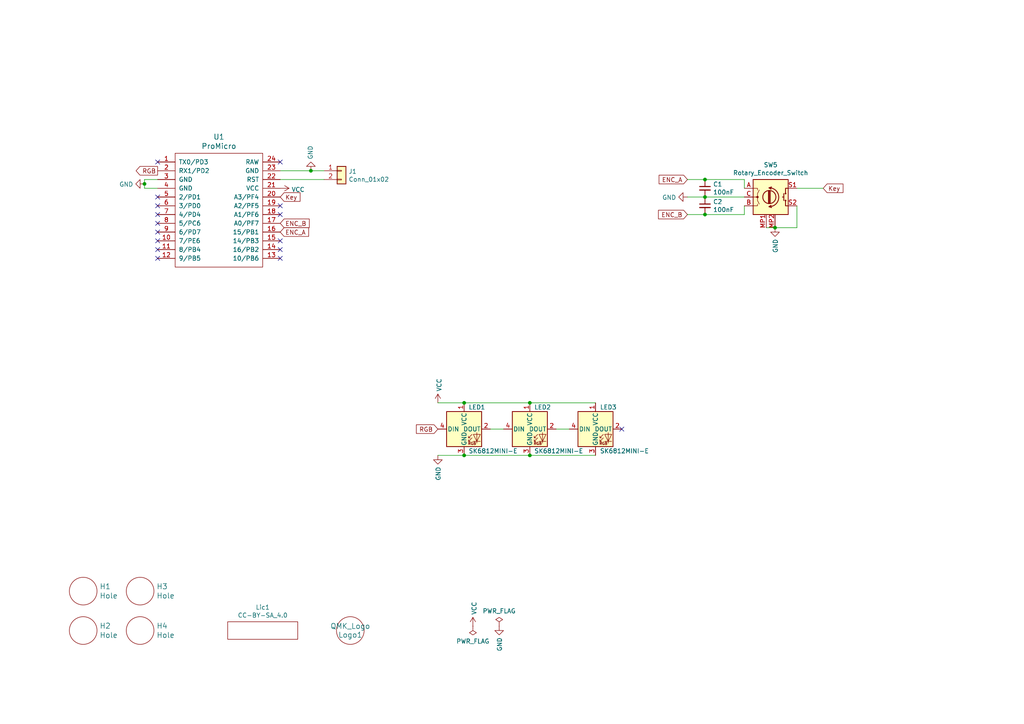
<source format=kicad_sch>
(kicad_sch (version 20211123) (generator eeschema)
  (paper "A4")
  (lib_symbols
    (symbol "Connector_Generic:Conn_01x02" (pin_names (offset 1.016) hide)
      (property "Reference" "J" (at 0 2.54 0))
      (property "Value" "Conn_01x02" (at 0 -5.08 0))
      (symbol "Conn_01x02_1_1"
        (rectangle (start -1.27 -2.413) (end 0 -2.667) (stroke (width 0.1524)))
        (rectangle (start -1.27 0.127) (end 0 -0.127) (stroke (width 0.1524)))
        (rectangle (start -1.27 1.27) (end 1.27 -3.81) (stroke (width 0.254)) (fill (type background)))
        (pin passive line (at -5.08 0 0) (length 3.81) (name "Pin_1") (number "1"))
        (pin passive line (at -5.08 -2.54 0) (length 3.81) (name "Pin_2") (number "2"))
      )
    )
    (symbol "Device:C_Small" (pin_numbers hide) (pin_names (offset 0.254) hide)
      (property "Reference" "C" (at 0.254 1.778 0))
      (property "Value" "C_Small" (at 0.254 -2.032 0))
      (symbol "C_Small_0_1"
        (polyline (pts (xy -1.524 -0.508) (xy 1.524 -0.508)) (stroke (width 0.3302)))
        (polyline (pts (xy -1.524 0.508) (xy 1.524 0.508)) (stroke (width 0.3048)))
      )
      (symbol "C_Small_1_1"
        (pin passive line (at 0 2.54 270) (length 2.032) (name "~") (number "1"))
        (pin passive line (at 0 -2.54 90) (length 2.032) (name "~") (number "2"))
      )
    )
    (symbol "Keyboard_Library:CC-BY-SA_4.0" (pin_names (offset 1.016))
      (property "Reference" "Lic" (at 0 1.27 0))
      (property "Value" "CC-BY-SA_4.0" (at 0 -1.27 0))
      (symbol "CC-BY-SA_4.0_0_1"
        (rectangle (start -10.16 2.54) (end 10.16 -2.54))
      )
    )
    (symbol "Keyboard_Library:Hole" (pin_names (offset 1.016))
      (property "Reference" "H" (at 0 -1.27 0))
      (property "Value" "Hole" (at 0 1.27 0))
      (symbol "Hole_0_1"
        (circle (center 0 0) (radius 4.0132))
      )
    )
    (symbol "Keyboard_Library:QMK_Logo" (pin_names (offset 1.016))
      (property "Reference" "Logo" (at 0 -1.27 0))
      (property "Value" "QMK_Logo" (at 0 1.27 0))
      (symbol "QMK_Logo_0_1"
        (circle (center 0 0) (radius 4.0132))
      )
    )
    (symbol "Keyboard_Library:Rotary_Encoder_Switch_GND" (pin_names (offset 0.254) hide)
      (property "Reference" "SW" (at 0 6.604 0))
      (property "Value" "Rotary_Encoder_Switch_GND" (at 0 8.89 0))
      (symbol "Rotary_Encoder_Switch_GND_0_1"
        (rectangle (start -5.08 5.08) (end 5.08 -5.08) (stroke (width 0.254)) (fill (type background)))
        (circle (center -3.81 0) (radius 0.254) (fill (type outline)))
        (arc (start -0.381 -2.794) (mid 2.3622 -0.0635) (end -0.381 2.667) (stroke (width 0.254)))
        (circle (center -0.381 0) (radius 1.905) (stroke (width 0.254)))
        (polyline (pts (xy -0.635 -1.778) (xy -0.635 1.778)) (stroke (width 0.254)))
        (polyline (pts (xy -0.381 -1.778) (xy -0.381 1.778)) (stroke (width 0.254)))
        (polyline (pts (xy -0.127 1.778) (xy -0.127 -1.778)) (stroke (width 0.254)))
        (polyline (pts (xy 3.81 0) (xy 3.429 0)) (stroke (width 0.254)))
        (polyline (pts (xy 3.81 1.016) (xy 3.81 -1.016)) (stroke (width 0.254)))
        (polyline (pts (xy -5.08 -2.54) (xy -3.81 -2.54) (xy -3.81 -2.032)))
        (polyline (pts (xy -5.08 2.54) (xy -3.81 2.54) (xy -3.81 2.032)))
        (polyline (pts (xy 0.254 -3.048) (xy -0.508 -2.794) (xy 0.127 -2.413)) (stroke (width 0.254)))
        (polyline (pts (xy 0.254 2.921) (xy -0.508 2.667) (xy 0.127 2.286)) (stroke (width 0.254)))
        (polyline (pts (xy 5.08 -2.54) (xy 4.318 -2.54) (xy 4.318 -1.016)) (stroke (width 0.254)))
        (polyline (pts (xy 5.08 2.54) (xy 4.318 2.54) (xy 4.318 1.016)) (stroke (width 0.254)))
        (polyline (pts (xy -5.08 0) (xy -3.81 0) (xy -3.81 -1.016) (xy -3.302 -2.032)))
        (polyline (pts (xy -4.318 0) (xy -3.81 0) (xy -3.81 1.016) (xy -3.302 2.032)))
        (circle (center 4.318 -1.016) (radius 0.127) (stroke (width 0.254)))
        (circle (center 4.318 1.016) (radius 0.127) (stroke (width 0.254)))
      )
      (symbol "Rotary_Encoder_Switch_GND_1_1"
        (pin passive line (at -7.62 2.54 0) (length 2.54) (name "A") (number "A"))
        (pin passive line (at -7.62 -2.54 0) (length 2.54) (name "B") (number "B"))
        (pin passive line (at -7.62 0 0) (length 2.54) (name "C") (number "C"))
        (pin power_in line (at -1.27 -8.89 90) (length 3.7084) (name "GND") (number "MP1"))
        (pin power_in line (at 1.27 -8.89 90) (length 3.7592) (name "GND") (number "MP2"))
        (pin passive line (at 7.62 2.54 180) (length 2.54) (name "S1") (number "S1"))
        (pin passive line (at 7.62 -2.54 180) (length 2.54) (name "S2") (number "S2"))
      )
    )
    (symbol "Keyboard_Library:SK6812MINI-E" (pin_names (offset 0.254))
      (property "Reference" "LED" (at 5.08 5.715 0))
      (property "Value" "SK6812MINI-E" (at 1.27 -5.715 0))
      (symbol "SK6812MINI-E_0_0"
        (text "RGB" (at 2.286 -4.191 0) (effects (font (size 0.762 0.762))))
      )
      (symbol "SK6812MINI-E_0_1"
        (polyline (pts (xy 1.27 -3.556) (xy 1.778 -3.556)))
        (polyline (pts (xy 1.27 -2.54) (xy 1.778 -2.54)))
        (polyline (pts (xy 4.699 -3.556) (xy 2.667 -3.556)))
        (polyline (pts (xy 2.286 -2.54) (xy 1.27 -3.556) (xy 1.27 -3.048)))
        (polyline (pts (xy 2.286 -1.524) (xy 1.27 -2.54) (xy 1.27 -2.032)))
        (polyline (pts (xy 3.683 -1.016) (xy 3.683 -3.556) (xy 3.683 -4.064)))
        (polyline (pts (xy 4.699 -1.524) (xy 2.667 -1.524) (xy 3.683 -3.556) (xy 4.699 -1.524)))
        (rectangle (start 5.08 5.08) (end -5.08 -5.08) (stroke (width 0.254)) (fill (type background)))
      )
      (symbol "SK6812MINI-E_1_1"
        (pin power_in line (at 0 7.62 270) (length 2.54) (name "VCC") (number "1"))
        (pin output line (at 7.62 0 180) (length 2.54) (name "DOUT") (number "2"))
        (pin power_in line (at 0 -7.62 90) (length 2.54) (name "GND") (number "3"))
        (pin input line (at -7.62 0 0) (length 2.54) (name "DIN") (number "4"))
      )
    )
    (symbol "keebio:ProMicro" (pin_names (offset 1.016))
      (property "Reference" "U" (at 0 0 0))
      (property "Value" "ProMicro" (at 0 -19.05 0))
      (symbol "ProMicro_0_1"
        (rectangle (start -12.7 -16.51) (end 12.7 16.51))
      )
      (symbol "ProMicro_1_1"
        (pin input line (at -17.78 13.97 0) (length 5.08) (name "TX0/PD3") (number "1"))
        (pin input line (at -17.78 -8.89 0) (length 5.08) (name "7/PE6") (number "10"))
        (pin input line (at -17.78 -11.43 0) (length 5.08) (name "8/PB4") (number "11"))
        (pin input line (at -17.78 -13.97 0) (length 5.08) (name "9/PB5") (number "12"))
        (pin input line (at 17.78 -13.97 180) (length 5.08) (name "10/PB6") (number "13"))
        (pin input line (at 17.78 -11.43 180) (length 5.08) (name "16/PB2") (number "14"))
        (pin input line (at 17.78 -8.89 180) (length 5.08) (name "14/PB3") (number "15"))
        (pin input line (at 17.78 -6.35 180) (length 5.08) (name "15/PB1") (number "16"))
        (pin input line (at 17.78 -3.81 180) (length 5.08) (name "A0/PF7") (number "17"))
        (pin input line (at 17.78 -1.27 180) (length 5.08) (name "A1/PF6") (number "18"))
        (pin input line (at 17.78 1.27 180) (length 5.08) (name "A2/PF5") (number "19"))
        (pin input line (at -17.78 11.43 0) (length 5.08) (name "RX1/PD2") (number "2"))
        (pin input line (at 17.78 3.81 180) (length 5.08) (name "A3/PF4") (number "20"))
        (pin input line (at 17.78 6.35 180) (length 5.08) (name "VCC") (number "21"))
        (pin input line (at 17.78 8.89 180) (length 5.08) (name "RST") (number "22"))
        (pin input line (at 17.78 11.43 180) (length 5.08) (name "GND") (number "23"))
        (pin input line (at 17.78 13.97 180) (length 5.08) (name "RAW") (number "24"))
        (pin input line (at -17.78 8.89 0) (length 5.08) (name "GND") (number "3"))
        (pin input line (at -17.78 6.35 0) (length 5.08) (name "GND") (number "4"))
        (pin input line (at -17.78 3.81 0) (length 5.08) (name "2/PD1") (number "5"))
        (pin input line (at -17.78 1.27 0) (length 5.08) (name "3/PD0") (number "6"))
        (pin input line (at -17.78 -1.27 0) (length 5.08) (name "4/PD4") (number "7"))
        (pin input line (at -17.78 -3.81 0) (length 5.08) (name "5/PC6") (number "8"))
        (pin input line (at -17.78 -6.35 0) (length 5.08) (name "6/PD7") (number "9"))
      )
    )
    (symbol "power:GND" (power) (pin_names (offset 0))
      (property "Value" "GND" (at 0 -3.81 0))
      (symbol "GND_0_1"
        (polyline (pts (xy 0 0) (xy 0 -1.27) (xy 1.27 -1.27) (xy 0 -2.54) (xy -1.27 -1.27) (xy 0 -1.27)))
      )
      (symbol "GND_1_1"
        (pin power_in line (at 0 0 270) (length 0) hide (name "GND") (number "1"))
      )
    )
    (symbol "power:PWR_FLAG" (power) (pin_numbers hide) (pin_names (offset 0) hide)
      (property "Value" "PWR_FLAG" (at 0 3.81 0))
      (symbol "PWR_FLAG_0_0"
        (pin power_out line (at 0 0 90) (length 0) (name "pwr") (number "1"))
      )
      (symbol "PWR_FLAG_0_1"
        (polyline (pts (xy 0 0) (xy 0 1.27) (xy -1.016 1.905) (xy 0 2.54) (xy 1.016 1.905) (xy 0 1.27)))
      )
    )
    (symbol "power:VCC" (power) (pin_names (offset 0))
      (property "Value" "VCC" (at 0 3.81 0))
      (symbol "VCC_0_1"
        (polyline (pts (xy -0.762 1.27) (xy 0 2.54)))
        (polyline (pts (xy 0 0) (xy 0 2.54)))
        (polyline (pts (xy 0 2.54) (xy 0.762 1.27)))
      )
      (symbol "VCC_1_1"
        (pin power_in line (at 0 0 90) (length 0) hide (name "VCC") (number "1"))
      )
    )
  )
  (junction (at 204.47 57.15))
  (junction (at 153.67 116.84))
  (junction (at 90.17 49.53))
  (junction (at 153.67 132.08))
  (junction (at 224.79 66.04))
  (junction (at 41.91 53.34))
  (junction (at 134.62 132.08))
  (junction (at 204.47 52.07))
  (junction (at 204.47 62.23))
  (junction (at 134.62 116.84))
  (no_connect (at 180.34 124.46))
  (no_connect (at 45.72 72.39))
  (no_connect (at 81.28 74.93))
  (no_connect (at 45.72 59.69))
  (no_connect (at 81.28 69.85))
  (no_connect (at 45.72 46.99))
  (no_connect (at 45.72 74.93))
  (no_connect (at 45.72 57.15))
  (no_connect (at 45.72 69.85))
  (no_connect (at 81.28 59.69))
  (no_connect (at 45.72 64.77))
  (no_connect (at 45.72 62.23))
  (no_connect (at 81.28 72.39))
  (no_connect (at 45.72 67.31))
  (no_connect (at 81.28 62.23))
  (no_connect (at 81.28 46.99))
  (wire (pts (xy 41.91 52.07) (xy 41.91 53.34)))
  (wire (pts (xy 199.39 62.23) (xy 204.47 62.23)))
  (wire (pts (xy 231.14 59.69) (xy 231.14 66.04)))
  (wire (pts (xy 199.39 52.07) (xy 204.47 52.07)))
  (wire (pts (xy 90.17 49.53) (xy 81.28 49.53)))
  (wire (pts (xy 41.91 53.34) (xy 41.91 54.61)))
  (wire (pts (xy 153.67 132.08) (xy 172.72 132.08)))
  (wire (pts (xy 215.9 54.61) (xy 215.9 52.07)))
  (wire (pts (xy 215.9 52.07) (xy 204.47 52.07)))
  (wire (pts (xy 172.72 116.84) (xy 153.67 116.84)))
  (wire (pts (xy 45.72 52.07) (xy 41.91 52.07)))
  (wire (pts (xy 134.62 116.84) (xy 127 116.84)))
  (wire (pts (xy 153.67 116.84) (xy 134.62 116.84)))
  (wire (pts (xy 215.9 59.69) (xy 215.9 62.23)))
  (wire (pts (xy 204.47 57.15) (xy 215.9 57.15)))
  (wire (pts (xy 93.98 49.53) (xy 90.17 49.53)))
  (wire (pts (xy 224.79 66.04) (xy 222.25 66.04)))
  (wire (pts (xy 142.24 124.46) (xy 146.05 124.46)))
  (wire (pts (xy 134.62 132.08) (xy 153.67 132.08)))
  (wire (pts (xy 238.76 54.61) (xy 231.14 54.61)))
  (wire (pts (xy 127 132.08) (xy 134.62 132.08)))
  (wire (pts (xy 161.29 124.46) (xy 165.1 124.46)))
  (wire (pts (xy 41.91 54.61) (xy 45.72 54.61)))
  (wire (pts (xy 215.9 62.23) (xy 204.47 62.23)))
  (wire (pts (xy 224.79 66.04) (xy 231.14 66.04)))
  (wire (pts (xy 199.39 57.15) (xy 204.47 57.15)))
  (wire (pts (xy 93.98 52.07) (xy 81.28 52.07)))
  (global_label "ENC_B" (shape input) (at 199.39 62.23 180) (property "Intersheet References" "${INTERSHEET_REFS}" (effects hide)))
  (global_label "ENC_B" (shape input) (at 81.28 64.77 0) (property "Intersheet References" "${INTERSHEET_REFS}" (effects hide)))
  (global_label "Key" (shape input) (at 81.28 57.15 0) (property "Intersheet References" "${INTERSHEET_REFS}" (effects hide)))
  (global_label "ENC_A" (shape input) (at 81.28 67.31 0) (property "Intersheet References" "${INTERSHEET_REFS}" (effects hide)))
  (global_label "RGB" (shape output) (at 45.72 49.53 180) (property "Intersheet References" "${INTERSHEET_REFS}" (effects hide)))
  (global_label "RGB" (shape input) (at 127 124.46 180) (property "Intersheet References" "${INTERSHEET_REFS}" (effects hide)))
  (global_label "Key" (shape input) (at 238.76 54.61 0) (property "Intersheet References" "${INTERSHEET_REFS}" (effects hide)))
  (global_label "ENC_A" (shape input) (at 199.39 52.07 180) (property "Intersheet References" "${INTERSHEET_REFS}" (effects hide)))
  (symbol (lib_id "Keyboard_Library:SK6812MINI-E") (at 134.62 124.46 0) (unit 1)
    (property "Reference" "LED1" (at 135.89 118.11 0) (effects (justify left)))
    (property "Value" "SK6812MINI-E" (at 135.89 130.81 0) (effects (justify left)))
    (property "Footprint" "kicad-keyboard-parts:MX_SK6812MINI-E" (effects hide))
    (property "Datasheet" "https://cdn-shop.adafruit.com/product-files/2686/SK6812MINI_REV.01-1-2.pdf" (effects hide))
  )
  (symbol (lib_id "Keyboard_Library:SK6812MINI-E") (at 172.72 124.46 0) (unit 1)
    (property "Reference" "LED3" (at 173.99 118.11 0) (effects (justify left)))
    (property "Value" "SK6812MINI-E" (at 173.99 130.81 0) (effects (justify left)))
    (property "Footprint" "kicad-keyboard-parts:MX_SK6812MINI-E" (effects hide))
    (property "Datasheet" "https://cdn-shop.adafruit.com/product-files/2686/SK6812MINI_REV.01-1-2.pdf" (effects hide))
  )
  (symbol (lib_id "Keyboard_Library:SK6812MINI-E") (at 153.67 124.46 0) (unit 1)
    (property "Reference" "LED2" (at 154.94 118.11 0) (effects (justify left)))
    (property "Value" "SK6812MINI-E" (at 154.94 130.81 0) (effects (justify left)))
    (property "Footprint" "kicad-keyboard-parts:MX_SK6812MINI-E" (effects hide))
    (property "Datasheet" "https://cdn-shop.adafruit.com/product-files/2686/SK6812MINI_REV.01-1-2.pdf" (effects hide))
  )
  (symbol (lib_id "power:VCC") (at 127 116.84 0) (unit 1)
    (property "Reference" "#PWR0104" (effects hide))
    (property "Value" "VCC" (at 127.381 113.5888 90) (effects (justify left)))
  )
  (symbol (lib_id "power:GND") (at 127 132.08 0) (unit 1)
    (property "Reference" "#PWR0105" (effects hide))
    (property "Value" "GND" (at 127.127 135.3312 90) (effects (justify right)))
  )
  (symbol (lib_id "Device:C_Small") (at 204.47 59.69 0) (unit 1)
    (property "Reference" "C2" (at 206.8068 58.5216 0) (effects (justify left)))
    (property "Value" "100nF" (at 206.8068 60.833 0) (effects (justify left)))
    (property "Footprint" "Resistor_THT:R_Axial_DIN0204_L3.6mm_D1.6mm_P5.08mm_Horizontal" (effects hide))
  )
  (symbol (lib_id "Device:C_Small") (at 204.47 54.61 0) (unit 1)
    (property "Reference" "C1" (at 206.8068 53.4416 0) (effects (justify left)))
    (property "Value" "100nF" (at 206.8068 55.753 0) (effects (justify left)))
    (property "Footprint" "Resistor_THT:R_Axial_DIN0204_L3.6mm_D1.6mm_P5.08mm_Horizontal" (effects hide))
  )
  (symbol (lib_id "power:GND") (at 199.39 57.15 270) (unit 1)
    (property "Reference" "#PWR0108" (effects hide))
    (property "Value" "GND" (at 196.1388 57.277 90) (effects (justify right)))
  )
  (symbol (lib_id "power:GND") (at 224.79 66.04 0) (unit 1)
    (property "Reference" "#PWR0109" (effects hide))
    (property "Value" "GND" (at 224.917 69.2912 90) (effects (justify right)))
  )
  (symbol (lib_id "power:PWR_FLAG") (at 144.78 181.61 0) (unit 1)
    (property "Reference" "#FLG0101" (effects hide))
    (property "Value" "PWR_FLAG" (at 144.78 177.2158 0))
  )
  (symbol (lib_id "power:GND") (at 144.78 181.61 0) (unit 1)
    (property "Reference" "#PWR0110" (effects hide))
    (property "Value" "GND" (at 144.907 184.8612 90) (effects (justify right)))
  )
  (symbol (lib_id "power:PWR_FLAG") (at 137.16 181.61 180) (unit 1)
    (property "Reference" "#FLG0102" (effects hide))
    (property "Value" "PWR_FLAG" (at 137.16 186.0042 0))
  )
  (symbol (lib_id "power:VCC") (at 137.16 181.61 0) (unit 1)
    (property "Reference" "#PWR0111" (effects hide))
    (property "Value" "VCC" (at 137.541 178.3588 90) (effects (justify left)))
  )
  (symbol (lib_id "Keyboard_Library:CC-BY-SA_4.0") (at 76.2 182.88 0) (unit 1)
    (property "Reference" "Lic1" (at 76.2 176.149 0))
    (property "Value" "CC-BY-SA_4.0" (at 76.2 178.4604 0))
    (property "Footprint" "Keyboard Library:CC_BY_SA_40" (effects hide))
  )
  (symbol (lib_id "Connector_Generic:Conn_01x02") (at 99.06 49.53 0) (unit 1)
    (property "Reference" "J1" (at 101.092 49.7332 0) (effects (justify left)))
    (property "Value" "Conn_01x02" (at 101.092 52.0446 0) (effects (justify left)))
    (property "Footprint" "Connector_PinHeader_2.54mm:PinHeader_1x02_P2.54mm_Vertical" (effects hide))
  )
  (symbol (lib_id "Keyboard_Library:QMK_Logo") (at 101.6 182.88 0) (unit 1)
    (property "Reference" "Logo1" (at 101.6 184.15 0) (effects (font (size 1.524 1.524))))
    (property "Value" "QMK_Logo" (at 101.6 181.61 0) (effects (font (size 1.524 1.524))))
    (property "Footprint" "QMK Logo:Powered_by_QMK" (effects hide))
  )
  (symbol (lib_id "keebio:ProMicro") (at 63.5 60.96 0) (unit 1)
    (property "Reference" "U1" (at 63.5 39.7002 0) (effects (font (size 1.524 1.524))))
    (property "Value" "ProMicro" (at 63.5 42.3926 0) (effects (font (size 1.524 1.524))))
    (property "Footprint" "Keebio-Parts:ArduinoProMicro-BackSide" (effects hide))
  )
  (symbol (lib_id "power:GND") (at 41.91 53.34 270) (unit 1)
    (property "Reference" "#PWR0101" (effects hide))
    (property "Value" "GND" (at 38.6588 53.467 90) (effects (justify right)))
  )
  (symbol (lib_id "power:GND") (at 90.17 49.53 180) (unit 1)
    (property "Reference" "#PWR0102" (effects hide))
    (property "Value" "GND" (at 90.043 46.2788 90) (effects (justify right)))
  )
  (symbol (lib_id "power:VCC") (at 81.28 54.61 270) (unit 1)
    (property "Reference" "#PWR0103" (effects hide))
    (property "Value" "VCC" (at 84.5312 54.991 90) (effects (justify left)))
  )
  (symbol (lib_id "Keyboard_Library:Rotary_Encoder_Switch_GND") (at 223.52 57.15 0) (unit 1)
    (property "Reference" "SW5" (at 223.52 47.8282 0))
    (property "Value" "Rotary_Encoder_Switch" (at 223.52 50.1396 0))
    (property "Footprint" "Keyboard Library:RotaryEncoder_Alps_EC11E-Switch_Vertical_H20mm" (effects hide))
  )
  (symbol (lib_id "Keyboard_Library:Hole") (at 24.13 182.88 0) (unit 1)
    (property "Reference" "H2" (at 28.8544 181.5338 0) (effects (font (size 1.524 1.524)) (justify left)))
    (property "Value" "Hole" (at 28.8544 184.2262 0) (effects (font (size 1.524 1.524)) (justify left)))
    (property "Footprint" "MountingHole:MountingHole_3.7mm" (effects hide))
  )
  (symbol (lib_id "Keyboard_Library:Hole") (at 40.64 182.88 0) (unit 1)
    (property "Reference" "H4" (at 45.3644 181.5338 0) (effects (font (size 1.524 1.524)) (justify left)))
    (property "Value" "Hole" (at 45.3644 184.2262 0) (effects (font (size 1.524 1.524)) (justify left)))
    (property "Footprint" "MountingHole:MountingHole_3.7mm" (effects hide))
  )
  (symbol (lib_id "Keyboard_Library:Hole") (at 40.64 171.45 0) (unit 1)
    (property "Reference" "H3" (at 45.3644 170.1038 0) (effects (font (size 1.524 1.524)) (justify left)))
    (property "Value" "Hole" (at 45.3644 172.7962 0) (effects (font (size 1.524 1.524)) (justify left)))
    (property "Footprint" "MountingHole:MountingHole_3.7mm" (effects hide))
  )
  (symbol (lib_id "Keyboard_Library:Hole") (at 24.13 171.45 0) (unit 1)
    (property "Reference" "H1" (at 28.8544 170.1038 0) (effects (font (size 1.524 1.524)) (justify left)))
    (property "Value" "Hole" (at 28.8544 172.7962 0) (effects (font (size 1.524 1.524)) (justify left)))
    (property "Footprint" "MountingHole:MountingHole_3.7mm" (effects hide))
  )
)
</source>
